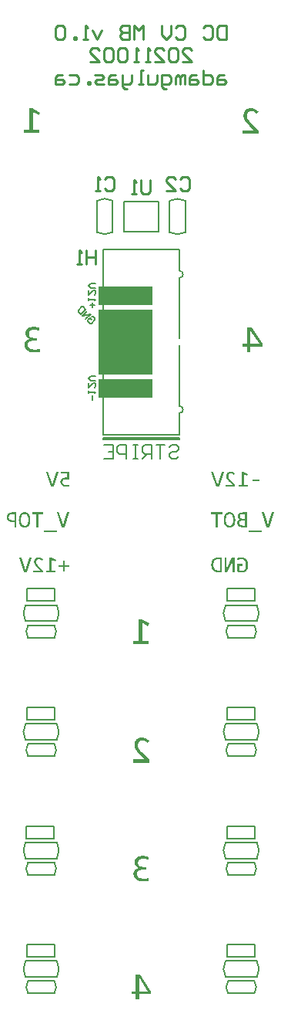
<source format=gbo>
G04 Layer_Color=32896*
%FSLAX43Y43*%
%MOMM*%
G71*
G01*
G75*
%ADD20C,0.200*%
%ADD31C,0.127*%
%ADD32C,0.254*%
%ADD44R,5.960X2.000*%
%ADD45R,5.960X2.000*%
%ADD46R,5.960X7.080*%
G36*
X108563Y167871D02*
X108263D01*
X107708Y169504D01*
X107947D01*
X108299Y168402D01*
X108402Y168080D01*
X108502Y168402D01*
X108852Y169504D01*
X109105D01*
X108563Y167871D01*
D02*
G37*
G36*
X113002Y168449D02*
X112256D01*
Y168654D01*
X113002D01*
Y168449D01*
D02*
G37*
G36*
X100896Y152914D02*
X100766Y152604D01*
X100113Y152956D01*
Y150970D01*
X100812D01*
Y150632D01*
X99105D01*
Y150970D01*
X99711D01*
Y153368D01*
X100035D01*
X100896Y152914D01*
D02*
G37*
G36*
X88261Y185395D02*
X88280D01*
X88299Y185391D01*
X88312D01*
X88368Y185381D01*
X88419Y185377D01*
X88442Y185372D01*
X88456D01*
X88465Y185368D01*
X88470D01*
X88530Y185358D01*
X88581Y185344D01*
X88599Y185340D01*
X88618D01*
X88627Y185335D01*
X88632D01*
X88687Y185321D01*
X88734Y185307D01*
X88752Y185303D01*
X88766Y185298D01*
X88775Y185293D01*
X88780D01*
Y184979D01*
X88720Y184997D01*
X88659Y185011D01*
X88609Y185025D01*
X88562Y185039D01*
X88525Y185048D01*
X88493Y185053D01*
X88474Y185057D01*
X88470D01*
X88363Y185076D01*
X88312Y185081D01*
X88271D01*
X88234Y185085D01*
X88183D01*
X88090Y185081D01*
X88012Y185071D01*
X87942Y185053D01*
X87887Y185034D01*
X87845Y185016D01*
X87813Y184997D01*
X87794Y184988D01*
X87789Y184983D01*
X87743Y184942D01*
X87711Y184891D01*
X87688Y184840D01*
X87674Y184784D01*
X87660Y184738D01*
X87655Y184701D01*
Y184673D01*
Y184669D01*
Y184664D01*
X87660Y184585D01*
X87669Y184548D01*
X87674Y184521D01*
X87683Y184493D01*
X87692Y184474D01*
X87697Y184465D01*
Y184460D01*
X87729Y184400D01*
X87766Y184354D01*
X87780Y184336D01*
X87794Y184322D01*
X87803Y184317D01*
X87808Y184312D01*
X87863Y184271D01*
X87919Y184243D01*
X87942Y184234D01*
X87961Y184224D01*
X87975Y184220D01*
X87979D01*
X88058Y184201D01*
X88095Y184197D01*
X88132Y184192D01*
X88160Y184187D01*
X88521D01*
Y183891D01*
X88211D01*
X88104Y183887D01*
X88058Y183882D01*
X88016Y183877D01*
X87984Y183868D01*
X87961Y183863D01*
X87942Y183859D01*
X87938D01*
X87891Y183850D01*
X87850Y183836D01*
X87813Y183822D01*
X87780Y183808D01*
X87752Y183794D01*
X87734Y183785D01*
X87725Y183780D01*
X87720Y183776D01*
X87660Y183729D01*
X87614Y183688D01*
X87600Y183664D01*
X87586Y183651D01*
X87577Y183641D01*
Y183637D01*
X87558Y183604D01*
X87549Y183572D01*
X87530Y183507D01*
Y183484D01*
X87526Y183461D01*
Y183447D01*
Y183442D01*
X87535Y183354D01*
X87540Y183317D01*
X87549Y183285D01*
X87558Y183257D01*
X87563Y183239D01*
X87572Y183225D01*
Y183220D01*
X87590Y183183D01*
X87609Y183155D01*
X87655Y183100D01*
X87674Y183081D01*
X87692Y183067D01*
X87701Y183058D01*
X87706Y183054D01*
X87743Y183030D01*
X87780Y183007D01*
X87859Y182975D01*
X87891Y182961D01*
X87919Y182956D01*
X87938Y182947D01*
X87942D01*
X87998Y182938D01*
X88058Y182929D01*
X88113Y182924D01*
X88169Y182919D01*
X88215Y182915D01*
X88396D01*
X88447Y182919D01*
X88530D01*
X88558Y182924D01*
X88585D01*
X88687Y182938D01*
X88734Y182943D01*
X88775Y182947D01*
X88808Y182952D01*
X88831Y182956D01*
X88849Y182961D01*
X88854D01*
Y182637D01*
X88771Y182628D01*
X88729Y182623D01*
X88692Y182619D01*
X88659D01*
X88636Y182614D01*
X88613D01*
X88511Y182605D01*
X88465D01*
X88419Y182600D01*
X88322D01*
X88215Y182605D01*
X88118Y182609D01*
X88030Y182619D01*
X87956Y182632D01*
X87891Y182646D01*
X87845Y182656D01*
X87831Y182660D01*
X87817D01*
X87813Y182665D01*
X87808D01*
X87729Y182693D01*
X87655Y182725D01*
X87595Y182753D01*
X87540Y182785D01*
X87498Y182808D01*
X87470Y182831D01*
X87447Y182845D01*
X87442Y182850D01*
X87391Y182896D01*
X87345Y182943D01*
X87308Y182989D01*
X87276Y183030D01*
X87253Y183067D01*
X87234Y183095D01*
X87225Y183118D01*
X87220Y183123D01*
X87197Y183183D01*
X87179Y183243D01*
X87165Y183299D01*
X87155Y183350D01*
X87151Y183396D01*
X87146Y183428D01*
Y183452D01*
Y183461D01*
Y183507D01*
X87155Y183553D01*
X87165Y183590D01*
X87174Y183627D01*
X87183Y183655D01*
X87192Y183678D01*
X87197Y183692D01*
X87202Y183697D01*
X87243Y183771D01*
X87266Y183803D01*
X87290Y183831D01*
X87308Y183850D01*
X87322Y183868D01*
X87331Y183877D01*
X87336Y183882D01*
X87396Y183933D01*
X87456Y183975D01*
X87484Y183988D01*
X87503Y183998D01*
X87516Y184007D01*
X87521D01*
X87595Y184039D01*
X87632Y184053D01*
X87664Y184062D01*
X87692Y184067D01*
X87711Y184072D01*
X87725Y184076D01*
X87729D01*
X87655Y184113D01*
X87586Y184155D01*
X87530Y184197D01*
X87484Y184238D01*
X87447Y184271D01*
X87419Y184298D01*
X87401Y184322D01*
X87396Y184326D01*
X87354Y184391D01*
X87327Y184456D01*
X87304Y184521D01*
X87290Y184585D01*
X87280Y184636D01*
X87276Y184683D01*
Y184710D01*
Y184715D01*
Y184720D01*
X87280Y184775D01*
X87285Y184831D01*
X87294Y184877D01*
X87304Y184919D01*
X87317Y184956D01*
X87327Y184979D01*
X87331Y184997D01*
X87336Y185002D01*
X87359Y185048D01*
X87387Y185090D01*
X87415Y185122D01*
X87438Y185155D01*
X87465Y185182D01*
X87484Y185201D01*
X87498Y185210D01*
X87503Y185215D01*
X87544Y185247D01*
X87590Y185275D01*
X87637Y185298D01*
X87683Y185317D01*
X87720Y185331D01*
X87752Y185340D01*
X87771Y185349D01*
X87780D01*
X87845Y185368D01*
X87910Y185377D01*
X87970Y185386D01*
X88030Y185395D01*
X88081D01*
X88123Y185400D01*
X88211D01*
X88261Y185395D01*
D02*
G37*
G36*
X113230Y162915D02*
X111822D01*
Y163095D01*
X113230D01*
Y162915D01*
D02*
G37*
G36*
X109749Y165083D02*
X109793Y165077D01*
X109837Y165069D01*
X109874Y165061D01*
X109904Y165049D01*
X109929Y165041D01*
X109943Y165036D01*
X109948Y165033D01*
X109990Y165011D01*
X110029Y164988D01*
X110065Y164961D01*
X110096Y164936D01*
X110121Y164913D01*
X110137Y164894D01*
X110151Y164883D01*
X110154Y164877D01*
X110184Y164836D01*
X110212Y164794D01*
X110237Y164750D01*
X110257Y164708D01*
X110273Y164669D01*
X110284Y164641D01*
X110287Y164630D01*
X110290Y164622D01*
X110293Y164616D01*
Y164614D01*
X110309Y164552D01*
X110320Y164486D01*
X110332Y164425D01*
X110337Y164364D01*
X110340Y164314D01*
Y164292D01*
X110343Y164272D01*
Y164258D01*
Y164244D01*
Y164239D01*
Y164236D01*
X110340Y164167D01*
X110337Y164100D01*
X110332Y164039D01*
X110323Y163989D01*
X110318Y163944D01*
X110315Y163928D01*
X110312Y163914D01*
X110309Y163903D01*
Y163895D01*
X110307Y163889D01*
Y163886D01*
X110290Y163831D01*
X110273Y163781D01*
X110254Y163736D01*
X110237Y163697D01*
X110221Y163667D01*
X110207Y163645D01*
X110196Y163631D01*
X110193Y163625D01*
X110162Y163589D01*
X110129Y163556D01*
X110098Y163528D01*
X110065Y163503D01*
X110040Y163486D01*
X110018Y163473D01*
X110004Y163464D01*
X109998Y163461D01*
X109954Y163442D01*
X109907Y163428D01*
X109860Y163420D01*
X109818Y163414D01*
X109779Y163409D01*
X109751Y163406D01*
X109724D01*
X109676Y163409D01*
X109629Y163414D01*
X109588Y163423D01*
X109551Y163431D01*
X109521Y163439D01*
X109496Y163448D01*
X109482Y163453D01*
X109477Y163456D01*
X109432Y163478D01*
X109393Y163500D01*
X109360Y163525D01*
X109329Y163550D01*
X109304Y163572D01*
X109285Y163592D01*
X109274Y163603D01*
X109271Y163609D01*
X109241Y163650D01*
X109210Y163695D01*
X109188Y163739D01*
X109166Y163781D01*
X109152Y163820D01*
X109138Y163847D01*
X109135Y163858D01*
X109132Y163867D01*
X109129Y163872D01*
Y163875D01*
X109113Y163939D01*
X109099Y164003D01*
X109091Y164067D01*
X109082Y164125D01*
X109080Y164178D01*
Y164200D01*
X109077Y164219D01*
Y164233D01*
Y164247D01*
Y164253D01*
Y164255D01*
X109080Y164325D01*
X109082Y164391D01*
X109088Y164450D01*
X109096Y164500D01*
X109105Y164541D01*
X109107Y164558D01*
X109110Y164572D01*
X109113Y164586D01*
Y164594D01*
X109116Y164597D01*
Y164600D01*
X109132Y164655D01*
X109149Y164705D01*
X109168Y164750D01*
X109188Y164788D01*
X109204Y164819D01*
X109218Y164841D01*
X109229Y164855D01*
X109232Y164861D01*
X109263Y164899D01*
X109296Y164933D01*
X109327Y164961D01*
X109357Y164986D01*
X109385Y165002D01*
X109407Y165016D01*
X109421Y165024D01*
X109427Y165027D01*
X109471Y165047D01*
X109518Y165061D01*
X109563Y165072D01*
X109607Y165077D01*
X109643Y165083D01*
X109674Y165085D01*
X109699D01*
X109749Y165083D01*
D02*
G37*
G36*
X111753Y169240D02*
X111675Y169054D01*
X111284Y169265D01*
Y168074D01*
X111703D01*
Y167871D01*
X110679D01*
Y168074D01*
X111042D01*
Y169512D01*
X111237D01*
X111753Y169240D01*
D02*
G37*
G36*
X109896Y169526D02*
X109948Y169520D01*
X109996Y169509D01*
X110037Y169498D01*
X110071Y169487D01*
X110096Y169476D01*
X110112Y169470D01*
X110115Y169468D01*
X110118D01*
X110162Y169445D01*
X110201Y169418D01*
X110237Y169393D01*
X110268Y169368D01*
X110293Y169345D01*
X110312Y169329D01*
X110323Y169318D01*
X110329Y169312D01*
X110209Y169171D01*
X110182Y169196D01*
X110157Y169221D01*
X110129Y169240D01*
X110107Y169257D01*
X110085Y169271D01*
X110068Y169282D01*
X110057Y169287D01*
X110054Y169290D01*
X110021Y169307D01*
X109987Y169318D01*
X109957Y169326D01*
X109926Y169332D01*
X109901Y169334D01*
X109882Y169337D01*
X109837D01*
X109812Y169334D01*
X109793Y169329D01*
X109774Y169326D01*
X109757Y169320D01*
X109746Y169315D01*
X109740Y169312D01*
X109737D01*
X109701Y169290D01*
X109671Y169271D01*
X109663Y169259D01*
X109654Y169254D01*
X109651Y169248D01*
X109649Y169246D01*
X109626Y169212D01*
X109610Y169182D01*
X109604Y169168D01*
X109601Y169157D01*
X109599Y169151D01*
Y169148D01*
X109588Y169109D01*
X109585Y169071D01*
X109582Y169057D01*
Y169046D01*
Y169037D01*
Y169035D01*
X109585Y168990D01*
X109588Y168968D01*
Y168951D01*
X109590Y168937D01*
X109593Y168926D01*
X109596Y168918D01*
Y168915D01*
X109607Y168874D01*
X109624Y168837D01*
X109632Y168821D01*
X109640Y168810D01*
X109643Y168801D01*
X109646Y168799D01*
X109676Y168751D01*
X109693Y168729D01*
X109710Y168707D01*
X109724Y168690D01*
X109735Y168676D01*
X109743Y168665D01*
X109746Y168663D01*
X109771Y168635D01*
X109799Y168604D01*
X109826Y168574D01*
X109854Y168546D01*
X109879Y168521D01*
X109899Y168501D01*
X109910Y168490D01*
X109915Y168485D01*
X110334Y168066D01*
Y167871D01*
X109257D01*
Y168080D01*
X110051D01*
X109757Y168368D01*
X109718Y168404D01*
X109685Y168440D01*
X109654Y168471D01*
X109626Y168499D01*
X109607Y168521D01*
X109590Y168538D01*
X109579Y168549D01*
X109576Y168551D01*
X109549Y168582D01*
X109524Y168613D01*
X109502Y168640D01*
X109482Y168665D01*
X109468Y168688D01*
X109457Y168701D01*
X109452Y168712D01*
X109449Y168715D01*
X109415Y168774D01*
X109402Y168801D01*
X109390Y168826D01*
X109382Y168846D01*
X109377Y168862D01*
X109371Y168874D01*
Y168876D01*
X109357Y168937D01*
X109352Y168968D01*
X109349Y168993D01*
X109346Y169018D01*
Y169035D01*
Y169048D01*
Y169051D01*
X109349Y169093D01*
X109352Y169129D01*
X109357Y169162D01*
X109363Y169193D01*
X109371Y169218D01*
X109377Y169234D01*
X109379Y169248D01*
X109382Y169251D01*
X109396Y169284D01*
X109413Y169312D01*
X109429Y169337D01*
X109446Y169359D01*
X109463Y169376D01*
X109474Y169390D01*
X109482Y169398D01*
X109485Y169401D01*
X109535Y169443D01*
X109560Y169457D01*
X109585Y169470D01*
X109607Y169482D01*
X109624Y169490D01*
X109635Y169493D01*
X109638Y169495D01*
X109671Y169506D01*
X109707Y169515D01*
X109740Y169520D01*
X109771Y169526D01*
X109799D01*
X109818Y169529D01*
X109837D01*
X109896Y169526D01*
D02*
G37*
G36*
X101074Y112560D02*
Y112241D01*
X99764D01*
Y111639D01*
X99394D01*
Y112241D01*
X98926D01*
Y112560D01*
X99394D01*
Y114361D01*
X99917D01*
X101074Y112560D01*
D02*
G37*
G36*
X87218Y165083D02*
X87262Y165077D01*
X87307Y165069D01*
X87343Y165061D01*
X87374Y165049D01*
X87399Y165041D01*
X87412Y165036D01*
X87418Y165033D01*
X87460Y165011D01*
X87498Y164988D01*
X87535Y164961D01*
X87565Y164936D01*
X87590Y164913D01*
X87607Y164894D01*
X87621Y164883D01*
X87623Y164877D01*
X87654Y164836D01*
X87682Y164794D01*
X87707Y164750D01*
X87726Y164708D01*
X87743Y164669D01*
X87754Y164641D01*
X87757Y164630D01*
X87759Y164622D01*
X87762Y164616D01*
Y164614D01*
X87779Y164552D01*
X87790Y164486D01*
X87801Y164425D01*
X87807Y164364D01*
X87809Y164314D01*
Y164292D01*
X87812Y164272D01*
Y164258D01*
Y164244D01*
Y164239D01*
Y164236D01*
X87809Y164167D01*
X87807Y164100D01*
X87801Y164039D01*
X87793Y163989D01*
X87787Y163944D01*
X87784Y163928D01*
X87782Y163914D01*
X87779Y163903D01*
Y163895D01*
X87776Y163889D01*
Y163886D01*
X87759Y163831D01*
X87743Y163781D01*
X87723Y163736D01*
X87707Y163697D01*
X87690Y163667D01*
X87676Y163645D01*
X87665Y163631D01*
X87662Y163625D01*
X87632Y163589D01*
X87598Y163556D01*
X87568Y163528D01*
X87535Y163503D01*
X87510Y163486D01*
X87487Y163473D01*
X87473Y163464D01*
X87468Y163461D01*
X87423Y163442D01*
X87376Y163428D01*
X87329Y163420D01*
X87287Y163414D01*
X87249Y163409D01*
X87221Y163406D01*
X87193D01*
X87146Y163409D01*
X87099Y163414D01*
X87057Y163423D01*
X87021Y163431D01*
X86990Y163439D01*
X86965Y163448D01*
X86952Y163453D01*
X86946Y163456D01*
X86902Y163478D01*
X86863Y163500D01*
X86829Y163525D01*
X86799Y163550D01*
X86774Y163572D01*
X86754Y163592D01*
X86743Y163603D01*
X86741Y163609D01*
X86710Y163650D01*
X86679Y163695D01*
X86657Y163739D01*
X86635Y163781D01*
X86621Y163820D01*
X86607Y163847D01*
X86605Y163858D01*
X86602Y163867D01*
X86599Y163872D01*
Y163875D01*
X86582Y163939D01*
X86568Y164003D01*
X86560Y164067D01*
X86552Y164125D01*
X86549Y164178D01*
Y164200D01*
X86546Y164219D01*
Y164233D01*
Y164247D01*
Y164253D01*
Y164255D01*
X86549Y164325D01*
X86552Y164391D01*
X86557Y164450D01*
X86566Y164500D01*
X86574Y164541D01*
X86577Y164558D01*
X86580Y164572D01*
X86582Y164586D01*
Y164594D01*
X86585Y164597D01*
Y164600D01*
X86602Y164655D01*
X86618Y164705D01*
X86638Y164750D01*
X86657Y164788D01*
X86674Y164819D01*
X86688Y164841D01*
X86699Y164855D01*
X86702Y164861D01*
X86732Y164899D01*
X86766Y164933D01*
X86796Y164961D01*
X86827Y164986D01*
X86854Y165002D01*
X86877Y165016D01*
X86890Y165024D01*
X86896Y165027D01*
X86940Y165047D01*
X86988Y165061D01*
X87032Y165072D01*
X87076Y165077D01*
X87113Y165083D01*
X87143Y165085D01*
X87168D01*
X87218Y165083D01*
D02*
G37*
G36*
X86280Y163428D02*
X86058D01*
Y164014D01*
X85858D01*
X85797Y164017D01*
X85738Y164022D01*
X85688Y164028D01*
X85647Y164039D01*
X85611Y164047D01*
X85586Y164053D01*
X85569Y164058D01*
X85563Y164061D01*
X85519Y164081D01*
X85480Y164100D01*
X85447Y164122D01*
X85416Y164142D01*
X85394Y164158D01*
X85377Y164172D01*
X85366Y164183D01*
X85364Y164186D01*
X85336Y164217D01*
X85311Y164247D01*
X85291Y164275D01*
X85275Y164303D01*
X85264Y164325D01*
X85252Y164344D01*
X85250Y164355D01*
X85247Y164361D01*
X85233Y164397D01*
X85225Y164433D01*
X85216Y164469D01*
X85214Y164500D01*
X85211Y164525D01*
X85208Y164544D01*
Y164555D01*
Y164561D01*
X85211Y164611D01*
X85216Y164655D01*
X85225Y164694D01*
X85233Y164727D01*
X85241Y164755D01*
X85250Y164775D01*
X85255Y164786D01*
X85258Y164791D01*
X85277Y164825D01*
X85300Y164855D01*
X85322Y164880D01*
X85344Y164902D01*
X85364Y164922D01*
X85380Y164933D01*
X85391Y164941D01*
X85394Y164944D01*
X85427Y164966D01*
X85461Y164983D01*
X85491Y164999D01*
X85522Y165011D01*
X85550Y165022D01*
X85569Y165027D01*
X85583Y165033D01*
X85588D01*
X85672Y165049D01*
X85711Y165055D01*
X85747Y165058D01*
X85777Y165061D01*
X86280D01*
Y163428D01*
D02*
G37*
G36*
X113324Y183560D02*
Y183241D01*
X112014D01*
Y182639D01*
X111644D01*
Y183241D01*
X111176D01*
Y183560D01*
X111644D01*
Y185361D01*
X112167D01*
X113324Y183560D01*
D02*
G37*
G36*
X90699Y162915D02*
X89292D01*
Y163095D01*
X90699D01*
Y162915D01*
D02*
G37*
G36*
X88896Y208914D02*
X88766Y208604D01*
X88113Y208956D01*
Y206970D01*
X88812D01*
Y206632D01*
X87105D01*
Y206970D01*
X87711D01*
Y209368D01*
X88035D01*
X88896Y208914D01*
D02*
G37*
G36*
X100261Y127395D02*
X100280D01*
X100299Y127391D01*
X100312D01*
X100368Y127381D01*
X100419Y127377D01*
X100442Y127372D01*
X100456D01*
X100465Y127368D01*
X100470D01*
X100530Y127358D01*
X100581Y127344D01*
X100599Y127340D01*
X100618D01*
X100627Y127335D01*
X100632D01*
X100687Y127321D01*
X100734Y127307D01*
X100752Y127303D01*
X100766Y127298D01*
X100775Y127293D01*
X100780D01*
Y126979D01*
X100720Y126997D01*
X100659Y127011D01*
X100609Y127025D01*
X100562Y127039D01*
X100525Y127048D01*
X100493Y127053D01*
X100474Y127057D01*
X100470D01*
X100363Y127076D01*
X100312Y127081D01*
X100271D01*
X100234Y127085D01*
X100183D01*
X100090Y127081D01*
X100012Y127071D01*
X99942Y127053D01*
X99887Y127034D01*
X99845Y127016D01*
X99813Y126997D01*
X99794Y126988D01*
X99789Y126983D01*
X99743Y126942D01*
X99711Y126891D01*
X99688Y126840D01*
X99674Y126784D01*
X99660Y126738D01*
X99655Y126701D01*
Y126673D01*
Y126669D01*
Y126664D01*
X99660Y126585D01*
X99669Y126548D01*
X99674Y126521D01*
X99683Y126493D01*
X99692Y126474D01*
X99697Y126465D01*
Y126460D01*
X99729Y126400D01*
X99766Y126354D01*
X99780Y126336D01*
X99794Y126322D01*
X99803Y126317D01*
X99808Y126312D01*
X99863Y126271D01*
X99919Y126243D01*
X99942Y126234D01*
X99961Y126224D01*
X99975Y126220D01*
X99979D01*
X100058Y126201D01*
X100095Y126197D01*
X100132Y126192D01*
X100160Y126187D01*
X100521D01*
Y125891D01*
X100211D01*
X100104Y125887D01*
X100058Y125882D01*
X100016Y125877D01*
X99984Y125868D01*
X99961Y125863D01*
X99942Y125859D01*
X99938D01*
X99891Y125850D01*
X99850Y125836D01*
X99813Y125822D01*
X99780Y125808D01*
X99752Y125794D01*
X99734Y125785D01*
X99725Y125780D01*
X99720Y125776D01*
X99660Y125729D01*
X99614Y125688D01*
X99600Y125664D01*
X99586Y125651D01*
X99577Y125641D01*
Y125637D01*
X99558Y125604D01*
X99549Y125572D01*
X99530Y125507D01*
Y125484D01*
X99526Y125461D01*
Y125447D01*
Y125442D01*
X99535Y125354D01*
X99540Y125317D01*
X99549Y125285D01*
X99558Y125257D01*
X99563Y125239D01*
X99572Y125225D01*
Y125220D01*
X99590Y125183D01*
X99609Y125155D01*
X99655Y125100D01*
X99674Y125081D01*
X99692Y125067D01*
X99701Y125058D01*
X99706Y125054D01*
X99743Y125030D01*
X99780Y125007D01*
X99859Y124975D01*
X99891Y124961D01*
X99919Y124956D01*
X99938Y124947D01*
X99942D01*
X99998Y124938D01*
X100058Y124929D01*
X100113Y124924D01*
X100169Y124919D01*
X100215Y124915D01*
X100396D01*
X100447Y124919D01*
X100530D01*
X100558Y124924D01*
X100585D01*
X100687Y124938D01*
X100734Y124943D01*
X100775Y124947D01*
X100808Y124952D01*
X100831Y124956D01*
X100849Y124961D01*
X100854D01*
Y124637D01*
X100771Y124628D01*
X100729Y124623D01*
X100692Y124619D01*
X100659D01*
X100636Y124614D01*
X100613D01*
X100511Y124605D01*
X100465D01*
X100419Y124600D01*
X100322D01*
X100215Y124605D01*
X100118Y124609D01*
X100030Y124619D01*
X99956Y124632D01*
X99891Y124646D01*
X99845Y124656D01*
X99831Y124660D01*
X99817D01*
X99813Y124665D01*
X99808D01*
X99729Y124693D01*
X99655Y124725D01*
X99595Y124753D01*
X99540Y124785D01*
X99498Y124808D01*
X99470Y124831D01*
X99447Y124845D01*
X99442Y124850D01*
X99391Y124896D01*
X99345Y124943D01*
X99308Y124989D01*
X99276Y125030D01*
X99253Y125067D01*
X99234Y125095D01*
X99225Y125118D01*
X99220Y125123D01*
X99197Y125183D01*
X99179Y125243D01*
X99165Y125299D01*
X99155Y125350D01*
X99151Y125396D01*
X99146Y125428D01*
Y125452D01*
Y125461D01*
Y125507D01*
X99155Y125553D01*
X99165Y125590D01*
X99174Y125627D01*
X99183Y125655D01*
X99192Y125678D01*
X99197Y125692D01*
X99202Y125697D01*
X99243Y125771D01*
X99266Y125803D01*
X99290Y125831D01*
X99308Y125850D01*
X99322Y125868D01*
X99331Y125877D01*
X99336Y125882D01*
X99396Y125933D01*
X99456Y125975D01*
X99484Y125988D01*
X99503Y125998D01*
X99516Y126007D01*
X99521D01*
X99595Y126039D01*
X99632Y126053D01*
X99664Y126062D01*
X99692Y126067D01*
X99711Y126072D01*
X99725Y126076D01*
X99729D01*
X99655Y126113D01*
X99586Y126155D01*
X99530Y126197D01*
X99484Y126238D01*
X99447Y126271D01*
X99419Y126299D01*
X99401Y126322D01*
X99396Y126326D01*
X99354Y126391D01*
X99327Y126456D01*
X99303Y126521D01*
X99290Y126585D01*
X99280Y126636D01*
X99276Y126683D01*
Y126710D01*
Y126715D01*
Y126720D01*
X99280Y126775D01*
X99285Y126831D01*
X99294Y126877D01*
X99303Y126919D01*
X99317Y126956D01*
X99327Y126979D01*
X99331Y126997D01*
X99336Y127002D01*
X99359Y127048D01*
X99387Y127090D01*
X99415Y127122D01*
X99438Y127155D01*
X99465Y127182D01*
X99484Y127201D01*
X99498Y127210D01*
X99503Y127215D01*
X99544Y127247D01*
X99590Y127275D01*
X99637Y127298D01*
X99683Y127317D01*
X99720Y127331D01*
X99752Y127340D01*
X99771Y127349D01*
X99780D01*
X99845Y127368D01*
X99910Y127377D01*
X99970Y127386D01*
X100030Y127395D01*
X100081D01*
X100123Y127400D01*
X100211D01*
X100261Y127395D01*
D02*
G37*
G36*
X89184Y164872D02*
X88701D01*
Y163428D01*
X88476D01*
Y164872D01*
X87993D01*
Y165061D01*
X89184D01*
Y164872D01*
D02*
G37*
G36*
X91560Y163428D02*
X91260D01*
X90705Y165061D01*
X90944D01*
X91296Y163958D01*
X91399Y163636D01*
X91499Y163958D01*
X91849Y165061D01*
X92101D01*
X91560Y163428D01*
D02*
G37*
G36*
X108899Y164872D02*
X108416D01*
Y163428D01*
X108191D01*
Y164872D01*
X107708D01*
Y165061D01*
X108899D01*
Y164872D01*
D02*
G37*
G36*
X90369Y167895D02*
X90069D01*
X89514Y169527D01*
X89753D01*
X90105Y168425D01*
X90208Y168103D01*
X90308Y168425D01*
X90658Y169527D01*
X90910D01*
X90369Y167895D01*
D02*
G37*
G36*
X112167Y209377D02*
X112255Y209368D01*
X112333Y209349D01*
X112403Y209331D01*
X112458Y209312D01*
X112500Y209293D01*
X112528Y209284D01*
X112532Y209280D01*
X112537D01*
X112611Y209243D01*
X112676Y209196D01*
X112736Y209155D01*
X112787Y209113D01*
X112828Y209076D01*
X112861Y209048D01*
X112879Y209030D01*
X112889Y209020D01*
X112690Y208784D01*
X112643Y208826D01*
X112602Y208868D01*
X112555Y208900D01*
X112518Y208928D01*
X112481Y208951D01*
X112454Y208970D01*
X112435Y208979D01*
X112430Y208983D01*
X112375Y209011D01*
X112319Y209030D01*
X112268Y209044D01*
X112218Y209053D01*
X112176Y209057D01*
X112143Y209062D01*
X112069D01*
X112028Y209057D01*
X111995Y209048D01*
X111963Y209044D01*
X111935Y209034D01*
X111917Y209025D01*
X111907Y209020D01*
X111903D01*
X111843Y208983D01*
X111792Y208951D01*
X111778Y208933D01*
X111764Y208923D01*
X111759Y208914D01*
X111755Y208909D01*
X111718Y208854D01*
X111690Y208803D01*
X111681Y208780D01*
X111676Y208761D01*
X111671Y208752D01*
Y208747D01*
X111653Y208683D01*
X111648Y208618D01*
X111644Y208595D01*
Y208576D01*
Y208562D01*
Y208558D01*
X111648Y208484D01*
X111653Y208447D01*
Y208419D01*
X111658Y208396D01*
X111662Y208377D01*
X111667Y208363D01*
Y208359D01*
X111685Y208289D01*
X111713Y208229D01*
X111727Y208201D01*
X111741Y208183D01*
X111745Y208169D01*
X111750Y208164D01*
X111801Y208086D01*
X111829Y208049D01*
X111857Y208012D01*
X111880Y207984D01*
X111898Y207961D01*
X111912Y207942D01*
X111917Y207938D01*
X111958Y207891D01*
X112005Y207840D01*
X112051Y207789D01*
X112097Y207743D01*
X112139Y207702D01*
X112171Y207669D01*
X112190Y207651D01*
X112199Y207641D01*
X112898Y206943D01*
Y206619D01*
X111102D01*
Y206966D01*
X112426D01*
X111935Y207447D01*
X111870Y207507D01*
X111815Y207567D01*
X111764Y207618D01*
X111718Y207664D01*
X111685Y207702D01*
X111658Y207729D01*
X111639Y207748D01*
X111634Y207752D01*
X111588Y207803D01*
X111546Y207854D01*
X111509Y207900D01*
X111477Y207942D01*
X111454Y207979D01*
X111435Y208002D01*
X111426Y208021D01*
X111422Y208025D01*
X111366Y208123D01*
X111343Y208169D01*
X111324Y208211D01*
X111310Y208243D01*
X111301Y208271D01*
X111292Y208289D01*
Y208294D01*
X111269Y208396D01*
X111260Y208447D01*
X111255Y208488D01*
X111250Y208530D01*
Y208558D01*
Y208581D01*
Y208585D01*
X111255Y208655D01*
X111260Y208715D01*
X111269Y208771D01*
X111278Y208821D01*
X111292Y208863D01*
X111301Y208891D01*
X111306Y208914D01*
X111310Y208919D01*
X111334Y208974D01*
X111361Y209020D01*
X111389Y209062D01*
X111417Y209099D01*
X111445Y209127D01*
X111463Y209150D01*
X111477Y209164D01*
X111482Y209169D01*
X111565Y209238D01*
X111607Y209261D01*
X111648Y209284D01*
X111685Y209303D01*
X111713Y209317D01*
X111732Y209321D01*
X111736Y209326D01*
X111792Y209344D01*
X111852Y209358D01*
X111907Y209368D01*
X111958Y209377D01*
X112005D01*
X112037Y209381D01*
X112069D01*
X112167Y209377D01*
D02*
G37*
G36*
X110282Y158482D02*
X110060D01*
Y159004D01*
Y159829D01*
X109929Y159501D01*
X109474Y158482D01*
X109171D01*
Y160115D01*
X109393D01*
Y159651D01*
Y158777D01*
X109551Y159149D01*
X109985Y160115D01*
X110282D01*
Y158482D01*
D02*
G37*
G36*
X92074Y168694D02*
X91766D01*
X91693Y168692D01*
X91629Y168683D01*
X91574Y168672D01*
X91530Y168658D01*
X91493Y168644D01*
X91468Y168633D01*
X91455Y168625D01*
X91449Y168622D01*
X91413Y168592D01*
X91385Y168558D01*
X91366Y168522D01*
X91352Y168486D01*
X91344Y168453D01*
X91341Y168428D01*
X91338Y168417D01*
Y168408D01*
Y168406D01*
Y168403D01*
Y168372D01*
X91344Y168347D01*
X91346Y168322D01*
X91352Y168300D01*
X91357Y168284D01*
X91363Y168270D01*
X91366Y168261D01*
X91368Y168259D01*
X91396Y168217D01*
X91410Y168198D01*
X91424Y168184D01*
X91438Y168170D01*
X91449Y168161D01*
X91455Y168156D01*
X91457Y168153D01*
X91502Y168123D01*
X91546Y168103D01*
X91566Y168095D01*
X91579Y168089D01*
X91591Y168084D01*
X91593D01*
X91654Y168070D01*
X91685Y168067D01*
X91710Y168064D01*
X91735Y168061D01*
X91835D01*
X91865Y168064D01*
X91915D01*
X91932Y168067D01*
X91949D01*
X91979Y168070D01*
X92010Y168075D01*
X92035Y168078D01*
X92057Y168084D01*
X92076Y168086D01*
X92090Y168089D01*
X92099Y168092D01*
X92101D01*
Y167895D01*
X92076Y167892D01*
X92054D01*
X92038Y167889D01*
X92032D01*
X92004Y167887D01*
X91976Y167884D01*
X91965Y167881D01*
X91952D01*
X91921Y167878D01*
X91893D01*
X91885Y167875D01*
X91868D01*
X91838Y167873D01*
X91790D01*
X91738Y167875D01*
X91688Y167878D01*
X91641Y167884D01*
X91602Y167892D01*
X91568Y167900D01*
X91543Y167906D01*
X91527Y167909D01*
X91521Y167912D01*
X91477Y167928D01*
X91435Y167945D01*
X91399Y167964D01*
X91366Y167981D01*
X91341Y167998D01*
X91321Y168012D01*
X91307Y168020D01*
X91305Y168023D01*
X91271Y168050D01*
X91241Y168081D01*
X91216Y168109D01*
X91196Y168136D01*
X91180Y168159D01*
X91166Y168178D01*
X91160Y168189D01*
X91158Y168195D01*
X91141Y168234D01*
X91127Y168272D01*
X91119Y168309D01*
X91110Y168345D01*
X91108Y168372D01*
X91105Y168397D01*
Y168411D01*
Y168417D01*
X91108Y168467D01*
X91113Y168508D01*
X91121Y168547D01*
X91133Y168581D01*
X91144Y168606D01*
X91152Y168625D01*
X91158Y168639D01*
X91160Y168642D01*
X91182Y168672D01*
X91205Y168703D01*
X91227Y168725D01*
X91249Y168747D01*
X91269Y168761D01*
X91285Y168775D01*
X91296Y168781D01*
X91299Y168783D01*
X91332Y168803D01*
X91366Y168817D01*
X91399Y168830D01*
X91432Y168842D01*
X91457Y168847D01*
X91480Y168853D01*
X91493Y168858D01*
X91499D01*
X91582Y168872D01*
X91618Y168875D01*
X91654Y168878D01*
X91685Y168880D01*
X91868D01*
Y169339D01*
X91194D01*
Y169527D01*
X92074D01*
Y168694D01*
D02*
G37*
G36*
X100167Y140377D02*
X100255Y140368D01*
X100333Y140349D01*
X100403Y140331D01*
X100458Y140312D01*
X100500Y140293D01*
X100528Y140284D01*
X100532Y140280D01*
X100537D01*
X100611Y140243D01*
X100676Y140196D01*
X100736Y140155D01*
X100787Y140113D01*
X100828Y140076D01*
X100861Y140048D01*
X100879Y140030D01*
X100889Y140020D01*
X100690Y139784D01*
X100643Y139826D01*
X100602Y139868D01*
X100555Y139900D01*
X100518Y139928D01*
X100481Y139951D01*
X100454Y139970D01*
X100435Y139979D01*
X100430Y139983D01*
X100375Y140011D01*
X100319Y140030D01*
X100268Y140044D01*
X100218Y140053D01*
X100176Y140057D01*
X100143Y140062D01*
X100069D01*
X100028Y140057D01*
X99995Y140048D01*
X99963Y140044D01*
X99935Y140034D01*
X99917Y140025D01*
X99907Y140020D01*
X99903D01*
X99843Y139983D01*
X99792Y139951D01*
X99778Y139933D01*
X99764Y139923D01*
X99759Y139914D01*
X99755Y139909D01*
X99718Y139854D01*
X99690Y139803D01*
X99681Y139780D01*
X99676Y139761D01*
X99671Y139752D01*
Y139747D01*
X99653Y139683D01*
X99648Y139618D01*
X99644Y139595D01*
Y139576D01*
Y139562D01*
Y139558D01*
X99648Y139484D01*
X99653Y139447D01*
Y139419D01*
X99658Y139396D01*
X99662Y139377D01*
X99667Y139363D01*
Y139359D01*
X99685Y139289D01*
X99713Y139229D01*
X99727Y139201D01*
X99741Y139183D01*
X99745Y139169D01*
X99750Y139164D01*
X99801Y139086D01*
X99829Y139049D01*
X99857Y139012D01*
X99880Y138984D01*
X99898Y138961D01*
X99912Y138942D01*
X99917Y138938D01*
X99958Y138891D01*
X100005Y138840D01*
X100051Y138789D01*
X100097Y138743D01*
X100139Y138702D01*
X100171Y138669D01*
X100190Y138651D01*
X100199Y138641D01*
X100898Y137943D01*
Y137619D01*
X99102D01*
Y137966D01*
X100426D01*
X99935Y138447D01*
X99870Y138507D01*
X99815Y138567D01*
X99764Y138618D01*
X99718Y138664D01*
X99685Y138702D01*
X99658Y138729D01*
X99639Y138748D01*
X99634Y138752D01*
X99588Y138803D01*
X99546Y138854D01*
X99509Y138900D01*
X99477Y138942D01*
X99454Y138979D01*
X99435Y139002D01*
X99426Y139021D01*
X99422Y139025D01*
X99366Y139123D01*
X99343Y139169D01*
X99324Y139211D01*
X99310Y139243D01*
X99301Y139271D01*
X99292Y139289D01*
Y139294D01*
X99269Y139396D01*
X99260Y139447D01*
X99255Y139488D01*
X99250Y139530D01*
Y139558D01*
Y139581D01*
Y139585D01*
X99255Y139655D01*
X99260Y139715D01*
X99269Y139771D01*
X99278Y139821D01*
X99292Y139863D01*
X99301Y139891D01*
X99306Y139914D01*
X99310Y139919D01*
X99334Y139974D01*
X99361Y140020D01*
X99389Y140062D01*
X99417Y140099D01*
X99445Y140127D01*
X99463Y140150D01*
X99477Y140164D01*
X99482Y140169D01*
X99565Y140238D01*
X99607Y140261D01*
X99648Y140284D01*
X99685Y140303D01*
X99713Y140317D01*
X99732Y140321D01*
X99736Y140326D01*
X99792Y140344D01*
X99852Y140358D01*
X99907Y140368D01*
X99958Y140377D01*
X100005D01*
X100037Y140381D01*
X100069D01*
X100167Y140377D01*
D02*
G37*
G36*
X90627Y159840D02*
X90550Y159654D01*
X90158Y159865D01*
Y158674D01*
X90577D01*
Y158471D01*
X89553D01*
Y158674D01*
X89917D01*
Y160112D01*
X90111D01*
X90627Y159840D01*
D02*
G37*
G36*
X88770Y160126D02*
X88823Y160120D01*
X88870Y160109D01*
X88912Y160098D01*
X88945Y160087D01*
X88970Y160076D01*
X88987Y160070D01*
X88989Y160068D01*
X88992D01*
X89036Y160045D01*
X89075Y160018D01*
X89111Y159993D01*
X89142Y159968D01*
X89167Y159945D01*
X89186Y159929D01*
X89198Y159918D01*
X89203Y159912D01*
X89084Y159771D01*
X89056Y159796D01*
X89031Y159821D01*
X89003Y159840D01*
X88981Y159857D01*
X88959Y159871D01*
X88942Y159882D01*
X88931Y159887D01*
X88928Y159890D01*
X88895Y159907D01*
X88862Y159918D01*
X88831Y159926D01*
X88800Y159932D01*
X88776Y159934D01*
X88756Y159937D01*
X88712D01*
X88687Y159934D01*
X88667Y159929D01*
X88648Y159926D01*
X88631Y159920D01*
X88620Y159915D01*
X88614Y159912D01*
X88612D01*
X88576Y159890D01*
X88545Y159871D01*
X88537Y159859D01*
X88528Y159854D01*
X88526Y159848D01*
X88523Y159846D01*
X88501Y159812D01*
X88484Y159782D01*
X88478Y159768D01*
X88476Y159757D01*
X88473Y159751D01*
Y159748D01*
X88462Y159709D01*
X88459Y159671D01*
X88456Y159657D01*
Y159646D01*
Y159637D01*
Y159635D01*
X88459Y159590D01*
X88462Y159568D01*
Y159551D01*
X88465Y159537D01*
X88467Y159526D01*
X88470Y159518D01*
Y159515D01*
X88481Y159474D01*
X88498Y159437D01*
X88506Y159421D01*
X88515Y159410D01*
X88517Y159401D01*
X88520Y159399D01*
X88551Y159351D01*
X88567Y159329D01*
X88584Y159307D01*
X88598Y159290D01*
X88609Y159276D01*
X88617Y159265D01*
X88620Y159263D01*
X88645Y159235D01*
X88673Y159204D01*
X88701Y159174D01*
X88728Y159146D01*
X88753Y159121D01*
X88773Y159102D01*
X88784Y159090D01*
X88789Y159085D01*
X89209Y158666D01*
Y158471D01*
X88131D01*
Y158680D01*
X88925D01*
X88631Y158968D01*
X88592Y159004D01*
X88559Y159040D01*
X88528Y159071D01*
X88501Y159099D01*
X88481Y159121D01*
X88465Y159138D01*
X88453Y159149D01*
X88451Y159151D01*
X88423Y159182D01*
X88398Y159213D01*
X88376Y159240D01*
X88356Y159265D01*
X88342Y159288D01*
X88331Y159301D01*
X88326Y159312D01*
X88323Y159315D01*
X88290Y159374D01*
X88276Y159401D01*
X88265Y159426D01*
X88256Y159446D01*
X88251Y159462D01*
X88245Y159474D01*
Y159476D01*
X88231Y159537D01*
X88226Y159568D01*
X88223Y159593D01*
X88220Y159618D01*
Y159635D01*
Y159648D01*
Y159651D01*
X88223Y159693D01*
X88226Y159729D01*
X88231Y159762D01*
X88237Y159793D01*
X88245Y159818D01*
X88251Y159834D01*
X88254Y159848D01*
X88256Y159851D01*
X88270Y159884D01*
X88287Y159912D01*
X88304Y159937D01*
X88320Y159959D01*
X88337Y159976D01*
X88348Y159990D01*
X88356Y159998D01*
X88359Y160001D01*
X88409Y160043D01*
X88434Y160057D01*
X88459Y160070D01*
X88481Y160082D01*
X88498Y160090D01*
X88509Y160093D01*
X88512Y160095D01*
X88545Y160106D01*
X88581Y160115D01*
X88614Y160120D01*
X88645Y160126D01*
X88673D01*
X88692Y160129D01*
X88712D01*
X88770Y160126D01*
D02*
G37*
G36*
X91613Y159246D02*
X92101D01*
Y159057D01*
X91610D01*
Y158546D01*
X91396D01*
Y159057D01*
X90905D01*
Y159246D01*
X91396D01*
Y159751D01*
X91613D01*
Y159246D01*
D02*
G37*
G36*
X87437Y158471D02*
X87138D01*
X86582Y160104D01*
X86821D01*
X87174Y159002D01*
X87276Y158680D01*
X87376Y159002D01*
X87726Y160104D01*
X87979D01*
X87437Y158471D01*
D02*
G37*
G36*
X111045Y160137D02*
X111106Y160131D01*
X111159Y160120D01*
X111206Y160112D01*
X111245Y160101D01*
X111276Y160090D01*
X111287Y160087D01*
X111295Y160084D01*
X111298Y160082D01*
X111300D01*
X111350Y160057D01*
X111398Y160032D01*
X111439Y160004D01*
X111475Y159976D01*
X111506Y159951D01*
X111525Y159932D01*
X111539Y159918D01*
X111545Y159912D01*
X111581Y159868D01*
X111611Y159823D01*
X111639Y159776D01*
X111659Y159734D01*
X111678Y159696D01*
X111689Y159668D01*
X111695Y159657D01*
X111698Y159648D01*
X111700Y159643D01*
Y159640D01*
X111720Y159579D01*
X111734Y159518D01*
X111742Y159457D01*
X111747Y159401D01*
X111753Y159351D01*
Y159332D01*
X111756Y159312D01*
Y159299D01*
Y159288D01*
Y159282D01*
Y159279D01*
X111753Y159207D01*
X111747Y159138D01*
X111739Y159077D01*
X111731Y159027D01*
X111722Y158982D01*
X111717Y158965D01*
X111714Y158952D01*
X111711Y158940D01*
X111709Y158932D01*
X111706Y158927D01*
Y158924D01*
X111686Y158868D01*
X111661Y158818D01*
X111639Y158774D01*
X111614Y158738D01*
X111595Y158707D01*
X111578Y158685D01*
X111564Y158671D01*
X111561Y158666D01*
X111525Y158630D01*
X111487Y158599D01*
X111448Y158571D01*
X111412Y158549D01*
X111381Y158532D01*
X111356Y158521D01*
X111339Y158513D01*
X111337Y158510D01*
X111334D01*
X111281Y158494D01*
X111228Y158482D01*
X111178Y158471D01*
X111131Y158466D01*
X111092Y158463D01*
X111059Y158460D01*
X111031D01*
X110990Y158463D01*
X110953Y158466D01*
X110940D01*
X110928Y158469D01*
X110917D01*
X110876Y158474D01*
X110837Y158480D01*
X110823Y158482D01*
X110812D01*
X110804Y158485D01*
X110801D01*
X110756Y158494D01*
X110737Y158499D01*
X110720Y158505D01*
X110704Y158507D01*
X110692Y158510D01*
X110687Y158513D01*
X110684D01*
X110643Y158527D01*
X110606Y158543D01*
X110593Y158549D01*
X110581Y158555D01*
X110576Y158557D01*
X110573D01*
Y159393D01*
X111128D01*
Y159210D01*
X110792D01*
Y158691D01*
X110809Y158685D01*
X110823Y158680D01*
X110834Y158677D01*
X110840Y158674D01*
X110859Y158671D01*
X110876Y158666D01*
X110887Y158663D01*
X110892D01*
X110912Y158660D01*
X110931D01*
X110942Y158657D01*
X110998D01*
X111048Y158660D01*
X111092Y158663D01*
X111134Y158671D01*
X111170Y158680D01*
X111198Y158685D01*
X111220Y158693D01*
X111231Y158696D01*
X111237Y158699D01*
X111273Y158718D01*
X111303Y158738D01*
X111331Y158757D01*
X111356Y158779D01*
X111375Y158796D01*
X111389Y158810D01*
X111398Y158821D01*
X111400Y158824D01*
X111423Y158857D01*
X111442Y158891D01*
X111459Y158924D01*
X111473Y158957D01*
X111481Y158985D01*
X111489Y159007D01*
X111492Y159021D01*
X111495Y159027D01*
X111503Y159074D01*
X111511Y159118D01*
X111517Y159165D01*
X111520Y159207D01*
Y159243D01*
X111523Y159271D01*
Y159282D01*
Y159290D01*
Y159293D01*
Y159296D01*
X111520Y159349D01*
X111517Y159399D01*
X111511Y159443D01*
X111503Y159482D01*
X111498Y159512D01*
X111492Y159537D01*
X111489Y159551D01*
X111487Y159557D01*
X111473Y159601D01*
X111456Y159640D01*
X111437Y159673D01*
X111420Y159704D01*
X111406Y159726D01*
X111392Y159746D01*
X111384Y159757D01*
X111381Y159759D01*
X111353Y159790D01*
X111325Y159818D01*
X111298Y159840D01*
X111270Y159859D01*
X111248Y159873D01*
X111228Y159884D01*
X111217Y159890D01*
X111212Y159893D01*
X111173Y159909D01*
X111131Y159920D01*
X111092Y159929D01*
X111056Y159934D01*
X111026Y159937D01*
X111001Y159940D01*
X110937D01*
X110898Y159934D01*
X110865Y159932D01*
X110831Y159926D01*
X110806Y159920D01*
X110787Y159918D01*
X110776Y159912D01*
X110770D01*
X110701Y159890D01*
X110668Y159876D01*
X110640Y159865D01*
X110615Y159854D01*
X110598Y159846D01*
X110584Y159840D01*
X110581Y159837D01*
Y160059D01*
X110651Y160087D01*
X110681Y160098D01*
X110712Y160106D01*
X110737Y160112D01*
X110756Y160118D01*
X110767Y160120D01*
X110773D01*
X110848Y160131D01*
X110884Y160134D01*
X110915Y160137D01*
X110942Y160140D01*
X110981D01*
X111045Y160137D01*
D02*
G37*
G36*
X108888Y158482D02*
X108483D01*
X108430Y158488D01*
X108383Y158491D01*
X108341Y158496D01*
X108308Y158502D01*
X108283Y158505D01*
X108266Y158510D01*
X108261D01*
X108216Y158521D01*
X108174Y158535D01*
X108138Y158549D01*
X108108Y158563D01*
X108083Y158574D01*
X108063Y158585D01*
X108050Y158591D01*
X108047Y158593D01*
X108013Y158613D01*
X107983Y158635D01*
X107955Y158657D01*
X107933Y158677D01*
X107914Y158693D01*
X107900Y158710D01*
X107891Y158718D01*
X107889Y158721D01*
X107844Y158779D01*
X107827Y158810D01*
X107814Y158835D01*
X107802Y158857D01*
X107794Y158874D01*
X107789Y158888D01*
X107786Y158891D01*
X107761Y158960D01*
X107750Y158993D01*
X107741Y159024D01*
X107736Y159052D01*
X107730Y159071D01*
X107728Y159085D01*
Y159090D01*
X107716Y159171D01*
X107714Y159210D01*
X107711Y159243D01*
X107708Y159274D01*
Y159296D01*
Y159310D01*
Y159315D01*
X107711Y159390D01*
X107716Y159457D01*
X107725Y159521D01*
X107739Y159582D01*
X107752Y159635D01*
X107766Y159685D01*
X107786Y159729D01*
X107802Y159768D01*
X107819Y159804D01*
X107836Y159834D01*
X107852Y159859D01*
X107866Y159882D01*
X107880Y159898D01*
X107889Y159909D01*
X107894Y159915D01*
X107897Y159918D01*
X107933Y159954D01*
X107975Y159982D01*
X108019Y160009D01*
X108066Y160032D01*
X108113Y160051D01*
X108161Y160068D01*
X108208Y160079D01*
X108252Y160090D01*
X108297Y160098D01*
X108338Y160104D01*
X108374Y160109D01*
X108405Y160112D01*
X108433Y160115D01*
X108888D01*
Y158482D01*
D02*
G37*
G36*
X111625Y163428D02*
X111206D01*
X111153Y163431D01*
X111103Y163434D01*
X111059Y163439D01*
X111020Y163445D01*
X110990Y163450D01*
X110965Y163453D01*
X110951Y163459D01*
X110945D01*
X110901Y163473D01*
X110862Y163486D01*
X110829Y163503D01*
X110798Y163520D01*
X110776Y163531D01*
X110756Y163542D01*
X110745Y163550D01*
X110742Y163553D01*
X110712Y163578D01*
X110687Y163603D01*
X110665Y163631D01*
X110648Y163653D01*
X110634Y163675D01*
X110623Y163692D01*
X110618Y163703D01*
X110615Y163706D01*
X110598Y163742D01*
X110587Y163778D01*
X110579Y163814D01*
X110573Y163845D01*
X110570Y163875D01*
X110568Y163897D01*
Y163911D01*
Y163917D01*
X110573Y163972D01*
X110576Y163997D01*
X110581Y164019D01*
X110587Y164036D01*
X110590Y164050D01*
X110595Y164058D01*
Y164061D01*
X110618Y164108D01*
X110629Y164128D01*
X110640Y164144D01*
X110648Y164155D01*
X110656Y164167D01*
X110662Y164172D01*
X110665Y164175D01*
X110698Y164208D01*
X110731Y164230D01*
X110745Y164242D01*
X110756Y164247D01*
X110765Y164253D01*
X110767D01*
X110812Y164272D01*
X110851Y164286D01*
X110867Y164289D01*
X110881Y164292D01*
X110890Y164294D01*
X110892D01*
X110842Y164314D01*
X110801Y164336D01*
X110765Y164361D01*
X110737Y164383D01*
X110717Y164403D01*
X110701Y164419D01*
X110692Y164433D01*
X110690Y164436D01*
X110668Y164472D01*
X110654Y164511D01*
X110643Y164550D01*
X110634Y164586D01*
X110629Y164616D01*
X110626Y164641D01*
Y164658D01*
Y164661D01*
Y164664D01*
X110629Y164700D01*
X110631Y164733D01*
X110648Y164794D01*
X110676Y164847D01*
X110709Y164894D01*
X110751Y164933D01*
X110795Y164963D01*
X110845Y164991D01*
X110895Y165011D01*
X110945Y165027D01*
X110995Y165038D01*
X111040Y165049D01*
X111081Y165055D01*
X111114Y165058D01*
X111142Y165061D01*
X111625D01*
Y163428D01*
D02*
G37*
G36*
X114091D02*
X113791D01*
X113236Y165061D01*
X113474D01*
X113827Y163958D01*
X113930Y163636D01*
X114030Y163958D01*
X114379Y165061D01*
X114632D01*
X114091Y163428D01*
D02*
G37*
%LPC*%
G36*
X109729Y164891D02*
X109713D01*
X109674Y164888D01*
X109635Y164883D01*
X109604Y164875D01*
X109576Y164866D01*
X109554Y164858D01*
X109538Y164850D01*
X109526Y164844D01*
X109524Y164841D01*
X109496Y164822D01*
X109471Y164800D01*
X109449Y164777D01*
X109429Y164758D01*
X109415Y164738D01*
X109404Y164722D01*
X109399Y164711D01*
X109396Y164708D01*
X109379Y164675D01*
X109363Y164639D01*
X109352Y164605D01*
X109340Y164572D01*
X109332Y164544D01*
X109327Y164522D01*
X109324Y164508D01*
Y164505D01*
Y164503D01*
X109310Y164411D01*
X109304Y164366D01*
X109302Y164325D01*
X109299Y164292D01*
Y164264D01*
Y164253D01*
Y164244D01*
Y164242D01*
Y164239D01*
Y164189D01*
X109302Y164144D01*
X109307Y164100D01*
X109310Y164064D01*
X109315Y164033D01*
X109321Y164008D01*
X109324Y163994D01*
Y163989D01*
X109335Y163947D01*
X109346Y163908D01*
X109357Y163875D01*
X109371Y163845D01*
X109382Y163820D01*
X109390Y163803D01*
X109396Y163789D01*
X109399Y163786D01*
X109418Y163756D01*
X109440Y163728D01*
X109460Y163706D01*
X109482Y163686D01*
X109499Y163670D01*
X109513Y163659D01*
X109524Y163653D01*
X109526Y163650D01*
X109557Y163634D01*
X109588Y163622D01*
X109618Y163611D01*
X109649Y163606D01*
X109674Y163603D01*
X109693Y163600D01*
X109713D01*
X109751Y163603D01*
X109787Y163609D01*
X109821Y163614D01*
X109849Y163625D01*
X109871Y163634D01*
X109887Y163639D01*
X109899Y163645D01*
X109901Y163647D01*
X109929Y163667D01*
X109954Y163689D01*
X109976Y163708D01*
X109993Y163731D01*
X110010Y163750D01*
X110021Y163764D01*
X110026Y163775D01*
X110029Y163778D01*
X110046Y163811D01*
X110060Y163847D01*
X110071Y163881D01*
X110082Y163914D01*
X110090Y163942D01*
X110093Y163964D01*
X110098Y163978D01*
Y163983D01*
X110112Y164078D01*
X110115Y164122D01*
X110118Y164164D01*
X110121Y164197D01*
Y164225D01*
Y164236D01*
Y164244D01*
Y164247D01*
Y164250D01*
Y164297D01*
X110118Y164344D01*
X110112Y164386D01*
X110109Y164422D01*
X110104Y164453D01*
X110101Y164478D01*
X110098Y164491D01*
Y164497D01*
X110087Y164539D01*
X110076Y164577D01*
X110062Y164614D01*
X110051Y164641D01*
X110040Y164666D01*
X110032Y164686D01*
X110026Y164697D01*
X110023Y164700D01*
X110004Y164730D01*
X109982Y164758D01*
X109962Y164783D01*
X109943Y164802D01*
X109923Y164819D01*
X109910Y164830D01*
X109901Y164836D01*
X109899Y164838D01*
X109868Y164855D01*
X109837Y164869D01*
X109804Y164877D01*
X109776Y164886D01*
X109751Y164888D01*
X109729Y164891D01*
D02*
G37*
G36*
X99764Y114009D02*
Y112560D01*
X100713D01*
X99764Y114009D01*
D02*
G37*
G36*
X87199Y164891D02*
X87182D01*
X87143Y164888D01*
X87104Y164883D01*
X87074Y164875D01*
X87046Y164866D01*
X87024Y164858D01*
X87007Y164850D01*
X86996Y164844D01*
X86993Y164841D01*
X86965Y164822D01*
X86940Y164800D01*
X86918Y164777D01*
X86899Y164758D01*
X86885Y164738D01*
X86874Y164722D01*
X86868Y164711D01*
X86865Y164708D01*
X86849Y164675D01*
X86832Y164639D01*
X86821Y164605D01*
X86810Y164572D01*
X86802Y164544D01*
X86796Y164522D01*
X86793Y164508D01*
Y164505D01*
Y164503D01*
X86779Y164411D01*
X86774Y164366D01*
X86771Y164325D01*
X86768Y164292D01*
Y164264D01*
Y164253D01*
Y164244D01*
Y164242D01*
Y164239D01*
Y164189D01*
X86771Y164144D01*
X86777Y164100D01*
X86779Y164064D01*
X86785Y164033D01*
X86791Y164008D01*
X86793Y163994D01*
Y163989D01*
X86804Y163947D01*
X86815Y163908D01*
X86827Y163875D01*
X86840Y163845D01*
X86852Y163820D01*
X86860Y163803D01*
X86865Y163789D01*
X86868Y163786D01*
X86888Y163756D01*
X86910Y163728D01*
X86929Y163706D01*
X86952Y163686D01*
X86968Y163670D01*
X86982Y163659D01*
X86993Y163653D01*
X86996Y163650D01*
X87026Y163634D01*
X87057Y163622D01*
X87088Y163611D01*
X87118Y163606D01*
X87143Y163603D01*
X87163Y163600D01*
X87182D01*
X87221Y163603D01*
X87257Y163609D01*
X87290Y163614D01*
X87318Y163625D01*
X87340Y163634D01*
X87357Y163639D01*
X87368Y163645D01*
X87371Y163647D01*
X87399Y163667D01*
X87423Y163689D01*
X87446Y163708D01*
X87462Y163731D01*
X87479Y163750D01*
X87490Y163764D01*
X87496Y163775D01*
X87498Y163778D01*
X87515Y163811D01*
X87529Y163847D01*
X87540Y163881D01*
X87551Y163914D01*
X87560Y163942D01*
X87562Y163964D01*
X87568Y163978D01*
Y163983D01*
X87582Y164078D01*
X87585Y164122D01*
X87587Y164164D01*
X87590Y164197D01*
Y164225D01*
Y164236D01*
Y164244D01*
Y164247D01*
Y164250D01*
Y164297D01*
X87587Y164344D01*
X87582Y164386D01*
X87579Y164422D01*
X87573Y164453D01*
X87571Y164478D01*
X87568Y164491D01*
Y164497D01*
X87557Y164539D01*
X87546Y164577D01*
X87532Y164614D01*
X87521Y164641D01*
X87510Y164666D01*
X87501Y164686D01*
X87496Y164697D01*
X87493Y164700D01*
X87473Y164730D01*
X87451Y164758D01*
X87432Y164783D01*
X87412Y164802D01*
X87393Y164819D01*
X87379Y164830D01*
X87371Y164836D01*
X87368Y164838D01*
X87337Y164855D01*
X87307Y164869D01*
X87274Y164877D01*
X87246Y164886D01*
X87221Y164888D01*
X87199Y164891D01*
D02*
G37*
G36*
X86058Y164875D02*
X85833D01*
X85766Y164872D01*
X85708Y164861D01*
X85661Y164847D01*
X85619Y164833D01*
X85586Y164816D01*
X85563Y164802D01*
X85550Y164791D01*
X85544Y164788D01*
X85508Y164755D01*
X85483Y164716D01*
X85463Y164677D01*
X85452Y164639D01*
X85444Y164602D01*
X85441Y164575D01*
X85438Y164564D01*
Y164555D01*
Y164552D01*
Y164550D01*
X85444Y164489D01*
X85455Y164436D01*
X85472Y164391D01*
X85491Y164353D01*
X85513Y164325D01*
X85530Y164305D01*
X85541Y164292D01*
X85547Y164289D01*
X85591Y164261D01*
X85641Y164239D01*
X85691Y164225D01*
X85741Y164214D01*
X85783Y164208D01*
X85802Y164205D01*
X85819D01*
X85833Y164203D01*
X86058D01*
Y164875D01*
D02*
G37*
G36*
X112014Y185009D02*
Y183560D01*
X112963D01*
X112014Y185009D01*
D02*
G37*
G36*
X108666Y159926D02*
X108427D01*
X108383Y159920D01*
X108344Y159915D01*
X108308Y159909D01*
X108280Y159904D01*
X108258Y159898D01*
X108247Y159895D01*
X108241Y159893D01*
X108205Y159879D01*
X108172Y159862D01*
X108144Y159843D01*
X108119Y159826D01*
X108100Y159809D01*
X108086Y159796D01*
X108077Y159787D01*
X108075Y159784D01*
X108052Y159757D01*
X108030Y159723D01*
X108013Y159690D01*
X108000Y159660D01*
X107988Y159632D01*
X107980Y159610D01*
X107977Y159596D01*
X107975Y159593D01*
Y159590D01*
X107963Y159543D01*
X107955Y159493D01*
X107950Y159446D01*
X107944Y159399D01*
Y159360D01*
X107941Y159326D01*
Y159315D01*
Y159307D01*
Y159301D01*
Y159299D01*
X107944Y159243D01*
X107947Y159188D01*
X107955Y159138D01*
X107966Y159093D01*
X107977Y159049D01*
X107994Y159010D01*
X108011Y158971D01*
X108030Y158938D01*
X108072Y158877D01*
X108119Y158827D01*
X108169Y158785D01*
X108222Y158752D01*
X108274Y158727D01*
X108324Y158707D01*
X108372Y158693D01*
X108413Y158685D01*
X108449Y158680D01*
X108477Y158674D01*
X108666D01*
Y159926D01*
D02*
G37*
G36*
X111403Y164178D02*
X111145D01*
X111114Y164175D01*
X111087Y164172D01*
X111062Y164169D01*
X111042Y164164D01*
X111028Y164161D01*
X111017Y164158D01*
X111015D01*
X110965Y164142D01*
X110945Y164133D01*
X110926Y164122D01*
X110912Y164117D01*
X110901Y164108D01*
X110895Y164105D01*
X110892Y164103D01*
X110859Y164075D01*
X110837Y164050D01*
X110829Y164036D01*
X110823Y164028D01*
X110817Y164022D01*
Y164019D01*
X110801Y163981D01*
X110792Y163944D01*
X110790Y163931D01*
Y163919D01*
Y163911D01*
Y163908D01*
X110792Y163856D01*
X110804Y163811D01*
X110820Y163772D01*
X110837Y163742D01*
X110854Y163717D01*
X110870Y163700D01*
X110881Y163689D01*
X110884Y163686D01*
X110923Y163664D01*
X110967Y163647D01*
X111015Y163634D01*
X111062Y163625D01*
X111103Y163620D01*
X111123D01*
X111139Y163617D01*
X111403D01*
Y164178D01*
D02*
G37*
G36*
Y164872D02*
X111142D01*
X111112Y164869D01*
X111084Y164866D01*
X111062Y164863D01*
X111042Y164858D01*
X111028Y164855D01*
X111020Y164852D01*
X111017D01*
X110995Y164844D01*
X110976Y164836D01*
X110956Y164827D01*
X110942Y164819D01*
X110931Y164811D01*
X110923Y164805D01*
X110920Y164802D01*
X110917Y164800D01*
X110892Y164775D01*
X110876Y164750D01*
X110870Y164741D01*
X110867Y164733D01*
X110865Y164727D01*
Y164725D01*
X110854Y164691D01*
X110851Y164664D01*
X110848Y164650D01*
Y164641D01*
Y164636D01*
Y164633D01*
X110851Y164586D01*
X110856Y164564D01*
X110859Y164547D01*
X110865Y164530D01*
X110870Y164519D01*
X110873Y164514D01*
Y164511D01*
X110895Y164478D01*
X110917Y164450D01*
X110934Y164433D01*
X110940Y164430D01*
X110942Y164428D01*
X110978Y164405D01*
X111012Y164391D01*
X111026Y164386D01*
X111037Y164380D01*
X111045Y164378D01*
X111048D01*
X111095Y164369D01*
X111117Y164366D01*
X111139D01*
X111156Y164364D01*
X111403D01*
Y164872D01*
D02*
G37*
%LPD*%
D20*
X103125Y195775D02*
G03*
X104875Y195775I875J1589D01*
G01*
Y199225D02*
G03*
X103125Y199225I-875J-1589D01*
G01*
X95125Y195775D02*
G03*
X96875Y195775I875J1589D01*
G01*
Y199225D02*
G03*
X95125Y199225I-875J-1589D01*
G01*
X104200Y175940D02*
G03*
X104200Y176740I0J400D01*
G01*
Y190760D02*
G03*
X104200Y191560I0J400D01*
G01*
X112725Y127125D02*
G03*
X112725Y128875I-1589J875D01*
G01*
X109275D02*
G03*
X109275Y127125I1589J-875D01*
G01*
X87275Y128875D02*
G03*
X87275Y127125I1589J-875D01*
G01*
X90725D02*
G03*
X90725Y128875I-1589J875D01*
G01*
X90450Y125325D02*
G03*
X90450Y126675I-1033J675D01*
G01*
X87550D02*
G03*
X87550Y125325I1033J-675D01*
G01*
X87275Y141875D02*
G03*
X87275Y140125I1589J-875D01*
G01*
X90725D02*
G03*
X90725Y141875I-1589J875D01*
G01*
X90450Y138325D02*
G03*
X90450Y139675I-1033J675D01*
G01*
X87550D02*
G03*
X87550Y138325I1033J-675D01*
G01*
X87275Y154875D02*
G03*
X87275Y153125I1589J-875D01*
G01*
X90725D02*
G03*
X90725Y154875I-1589J875D01*
G01*
X90450Y151325D02*
G03*
X90450Y152675I-1033J675D01*
G01*
X87550D02*
G03*
X87550Y151325I1033J-675D01*
G01*
X109550Y126675D02*
G03*
X109550Y125325I1033J-675D01*
G01*
X112450D02*
G03*
X112450Y126675I-1033J675D01*
G01*
X112725Y140125D02*
G03*
X112725Y141875I-1589J875D01*
G01*
X109275D02*
G03*
X109275Y140125I1589J-875D01*
G01*
X109550Y139675D02*
G03*
X109550Y138325I1033J-675D01*
G01*
X112450D02*
G03*
X112450Y139675I-1033J675D01*
G01*
X112725Y153125D02*
G03*
X112725Y154875I-1589J875D01*
G01*
X109275D02*
G03*
X109275Y153125I1589J-875D01*
G01*
X109550Y152675D02*
G03*
X109550Y151325I1033J-675D01*
G01*
X112450D02*
G03*
X112450Y152675I-1033J675D01*
G01*
X90450Y112325D02*
G03*
X90450Y113675I-1033J675D01*
G01*
X87550D02*
G03*
X87550Y112325I1033J-675D01*
G01*
X87275Y115875D02*
G03*
X87275Y114125I1589J-875D01*
G01*
X90725D02*
G03*
X90725Y115875I-1589J875D01*
G01*
X109550Y113675D02*
G03*
X109550Y112325I1033J-675D01*
G01*
X112450D02*
G03*
X112450Y113675I-1033J675D01*
G01*
X112725Y114125D02*
G03*
X112725Y115875I-1589J875D01*
G01*
X109275D02*
G03*
X109275Y114125I1589J-875D01*
G01*
X98075Y195875D02*
Y199125D01*
X101925D01*
Y195875D02*
Y199125D01*
X98075Y195875D02*
X101925D01*
X103125Y195775D02*
Y199225D01*
X104875Y195775D02*
Y199225D01*
X95125Y195775D02*
Y199225D01*
X96875Y195775D02*
Y199225D01*
X95800Y173050D02*
Y173250D01*
X104200Y173050D02*
Y173250D01*
X95800Y173150D02*
X104200D01*
X95800Y173050D02*
X104200D01*
X95800Y173250D02*
X104200D01*
Y176740D02*
Y183350D01*
Y184150D02*
Y190760D01*
Y191560D02*
Y193900D01*
Y173600D02*
Y175940D01*
X95800Y193900D02*
X104200D01*
X95800Y173600D02*
X104200D01*
X95800D02*
Y193900D01*
X109275Y127125D02*
X112725D01*
X109275Y128875D02*
X112725D01*
X87275D02*
X90725D01*
X87275Y127125D02*
X90725D01*
X87550Y126675D02*
X90450D01*
X87550Y125325D02*
X90450D01*
X87275Y141875D02*
X90725D01*
X87275Y140125D02*
X90725D01*
X87550Y139675D02*
X90450D01*
X87550Y138325D02*
X90450D01*
X87275Y154875D02*
X90725D01*
X87275Y153125D02*
X90725D01*
X87550Y152675D02*
X90450D01*
X87550Y151325D02*
X90450D01*
X87325Y129325D02*
Y130675D01*
Y129325D02*
X90375D01*
X87325Y130675D02*
X90375D01*
Y129325D02*
Y130675D01*
X87475Y142325D02*
Y143675D01*
Y142325D02*
X90525D01*
X87475Y143675D02*
X90525D01*
Y142325D02*
Y143675D01*
X87475Y155325D02*
Y156675D01*
Y155325D02*
X90525D01*
X87475Y156675D02*
X90525D01*
Y155325D02*
Y156675D01*
X109550Y125325D02*
X112450D01*
X109550Y126675D02*
X112450D01*
X109275Y140125D02*
X112725D01*
X109275Y141875D02*
X112725D01*
X109550Y138325D02*
X112450D01*
X109550Y139675D02*
X112450D01*
X109275Y153125D02*
X112725D01*
X109275Y154875D02*
X112725D01*
X109550Y151325D02*
X112450D01*
X109550Y152675D02*
X112450D01*
X112525Y129325D02*
Y130675D01*
X109475D02*
X112525D01*
X109475Y129325D02*
X112525D01*
X109475D02*
Y130675D01*
X112525Y142325D02*
Y143675D01*
X109475D02*
X112525D01*
X109475Y142325D02*
X112525D01*
X109475D02*
Y143675D01*
X112525Y155325D02*
Y156675D01*
X109475D02*
X112525D01*
X109475Y155325D02*
X112525D01*
X109475D02*
Y156675D01*
X87550Y113675D02*
X90450D01*
X87550Y112325D02*
X90450D01*
X87275Y115875D02*
X90725D01*
X87275Y114125D02*
X90725D01*
X87475Y116325D02*
Y117675D01*
Y116325D02*
X90525D01*
X87475Y117675D02*
X90525D01*
Y116325D02*
Y117675D01*
X112525Y116325D02*
Y117675D01*
X109475D02*
X112525D01*
X109475Y116325D02*
X112525D01*
X109475D02*
Y117675D01*
X109550Y112325D02*
X112450D01*
X109550Y113675D02*
X112450D01*
X109275Y114125D02*
X112725D01*
X109275Y115875D02*
X112725D01*
X103124Y172200D02*
X103374Y172450D01*
X103874D01*
X104124Y172200D01*
Y171950D01*
X103874Y171700D01*
X103374D01*
X103124Y171450D01*
Y171200D01*
X103374Y170950D01*
X103874D01*
X104124Y171200D01*
X102624Y172450D02*
X101624D01*
X102124D01*
Y170950D01*
X101125D02*
Y172450D01*
X100375D01*
X100125Y172200D01*
Y171700D01*
X100375Y171450D01*
X101125D01*
X100625D02*
X100125Y170950D01*
X99625Y172450D02*
X99125D01*
X99375D01*
Y170950D01*
X99625D01*
X99125D01*
X98376D02*
Y172450D01*
X97626D01*
X97376Y172200D01*
Y171700D01*
X97626Y171450D01*
X98376D01*
X95876Y172450D02*
X96876D01*
Y170950D01*
X95876D01*
X96876Y171700D02*
X96376D01*
D31*
X94612Y177337D02*
Y177845D01*
X94231Y178099D02*
Y178353D01*
Y178226D01*
X94993D01*
X94866Y178099D01*
X94231Y179241D02*
Y178733D01*
X94739Y179241D01*
X94866D01*
X94993Y179114D01*
Y178860D01*
X94866Y178733D01*
X94993Y179495D02*
X94485D01*
X94231Y179749D01*
X94485Y180003D01*
X94993D01*
X94612Y187497D02*
Y188005D01*
X94866Y187751D02*
X94358D01*
X94231Y188259D02*
Y188513D01*
Y188386D01*
X94993D01*
X94866Y188259D01*
X94231Y189401D02*
Y188893D01*
X94739Y189401D01*
X94866D01*
X94993Y189274D01*
Y189020D01*
X94866Y188893D01*
X94993Y189655D02*
X94485D01*
X94231Y189909D01*
X94485Y190163D01*
X94993D01*
X94525Y186513D02*
X94704Y186513D01*
X94884Y186333D01*
Y186153D01*
X94525Y185794D01*
X94345D01*
X94166Y185974D01*
X94166Y186153D01*
X94345Y186333D01*
X94525Y186153D01*
X93896Y186243D02*
X94435Y186782D01*
X93537Y186602D01*
X94076Y187141D01*
X93896Y187321D02*
X93358Y186782D01*
X93088Y187051D01*
X93088Y187231D01*
X93447Y187590D01*
X93627D01*
X93896Y187321D01*
D32*
X109395Y218436D02*
Y216912D01*
X108633D01*
X108379Y217166D01*
Y218182D01*
X108633Y218436D01*
X109395D01*
X106856Y218182D02*
X107110Y218436D01*
X107618D01*
X107871Y218182D01*
Y217166D01*
X107618Y216912D01*
X107110D01*
X106856Y217166D01*
X103809Y218182D02*
X104063Y218436D01*
X104571D01*
X104824Y218182D01*
Y217166D01*
X104571Y216912D01*
X104063D01*
X103809Y217166D01*
X103301Y218436D02*
Y217420D01*
X102793Y216912D01*
X102285Y217420D01*
Y218436D01*
X100254Y216912D02*
Y218436D01*
X99746Y217928D01*
X99238Y218436D01*
Y216912D01*
X98730Y218436D02*
Y216912D01*
X97969D01*
X97715Y217166D01*
Y217420D01*
X97969Y217674D01*
X98730D01*
X97969D01*
X97715Y217928D01*
Y218182D01*
X97969Y218436D01*
X98730D01*
X95683Y217928D02*
X95176Y216912D01*
X94668Y217928D01*
X94160Y216912D02*
X93652D01*
X93906D01*
Y218436D01*
X94160Y218182D01*
X92890Y216912D02*
Y217166D01*
X92636D01*
Y216912D01*
X92890D01*
X91621Y218182D02*
X91367Y218436D01*
X90859D01*
X90605Y218182D01*
Y217166D01*
X90859Y216912D01*
X91367D01*
X91621Y217166D01*
Y218182D01*
X104571Y214475D02*
X105586D01*
X104571Y215490D01*
Y215744D01*
X104824Y215998D01*
X105332D01*
X105586Y215744D01*
X104063D02*
X103809Y215998D01*
X103301D01*
X103047Y215744D01*
Y214729D01*
X103301Y214475D01*
X103809D01*
X104063Y214729D01*
Y215744D01*
X101524Y214475D02*
X102539D01*
X101524Y215490D01*
Y215744D01*
X101777Y215998D01*
X102285D01*
X102539Y215744D01*
X101016Y214475D02*
X100508D01*
X100762D01*
Y215998D01*
X101016Y215744D01*
X99746Y214475D02*
X99238D01*
X99492D01*
Y215998D01*
X99746Y215744D01*
X98476D02*
X98223Y215998D01*
X97715D01*
X97461Y215744D01*
Y214729D01*
X97715Y214475D01*
X98223D01*
X98476Y214729D01*
Y215744D01*
X96953D02*
X96699Y215998D01*
X96191D01*
X95937Y215744D01*
Y214729D01*
X96191Y214475D01*
X96699D01*
X96953Y214729D01*
Y215744D01*
X94414Y214475D02*
X95429D01*
X94414Y215490D01*
Y215744D01*
X94668Y215998D01*
X95176D01*
X95429Y215744D01*
X109141Y213053D02*
X108633D01*
X108379Y212799D01*
Y212037D01*
X109141D01*
X109395Y212291D01*
X109141Y212545D01*
X108379D01*
X106856Y213560D02*
Y212037D01*
X107618D01*
X107871Y212291D01*
Y212799D01*
X107618Y213053D01*
X106856D01*
X106094D02*
X105586D01*
X105332Y212799D01*
Y212037D01*
X106094D01*
X106348Y212291D01*
X106094Y212545D01*
X105332D01*
X104824Y212037D02*
Y213053D01*
X104571D01*
X104317Y212799D01*
Y212037D01*
Y212799D01*
X104063Y213053D01*
X103809Y212799D01*
Y212037D01*
X102793Y211529D02*
X102539D01*
X102285Y211783D01*
Y213053D01*
X103047D01*
X103301Y212799D01*
Y212291D01*
X103047Y212037D01*
X102285D01*
X101777Y213053D02*
Y212291D01*
X101524Y212037D01*
X100762D01*
Y213053D01*
X100254Y212037D02*
X99746D01*
X100000D01*
Y213560D01*
X100254D01*
X98984Y213053D02*
Y212291D01*
X98730Y212037D01*
X97969D01*
Y211783D01*
X98223Y211529D01*
X98476D01*
X97969Y212037D02*
Y213053D01*
X97207D02*
X96699D01*
X96445Y212799D01*
Y212037D01*
X97207D01*
X97461Y212291D01*
X97207Y212545D01*
X96445D01*
X95937Y212037D02*
X95176D01*
X94922Y212291D01*
X95176Y212545D01*
X95683D01*
X95937Y212799D01*
X95683Y213053D01*
X94922D01*
X94414Y212037D02*
Y212291D01*
X94160D01*
Y212037D01*
X94414D01*
X92129Y213053D02*
X92890D01*
X93144Y212799D01*
Y212291D01*
X92890Y212037D01*
X92129D01*
X91367Y213053D02*
X90859D01*
X90605Y212799D01*
Y212037D01*
X91367D01*
X91621Y212291D01*
X91367Y212545D01*
X90605D01*
X96012Y201574D02*
X96266Y201828D01*
X96774D01*
X97028Y201574D01*
Y200558D01*
X96774Y200304D01*
X96266D01*
X96012Y200558D01*
X95504Y200304D02*
X94997D01*
X95251D01*
Y201828D01*
X95504Y201574D01*
X104242D02*
X104496Y201828D01*
X105004D01*
X105258Y201574D01*
Y200558D01*
X105004Y200304D01*
X104496D01*
X104242Y200558D01*
X102718Y200304D02*
X103734D01*
X102718Y201320D01*
Y201574D01*
X102972Y201828D01*
X103480D01*
X103734Y201574D01*
X95000Y193774D02*
Y192250D01*
Y193012D01*
X93984D01*
Y193774D01*
Y192250D01*
X93476D02*
X92969D01*
X93223D01*
Y193774D01*
X93476Y193520D01*
X101016Y201523D02*
Y200254D01*
X100762Y200000D01*
X100254D01*
X100000Y200254D01*
Y201523D01*
X99492Y200000D02*
X98984D01*
X99238D01*
Y201523D01*
X99492Y201269D01*
D44*
X98290Y188830D02*
D03*
D45*
X98290Y178670D02*
D03*
D46*
X98290Y183750D02*
D03*
M02*

</source>
